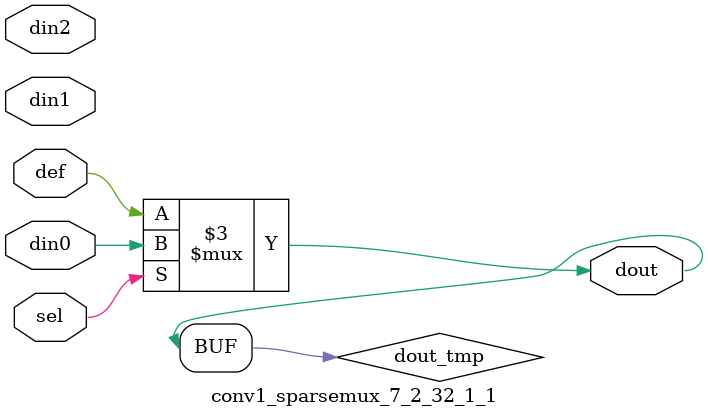
<source format=v>
`timescale 1ns / 1ps

module conv1_sparsemux_7_2_32_1_1 (din0,din1,din2,def,sel,dout);

parameter din0_WIDTH = 1;

parameter din1_WIDTH = 1;

parameter din2_WIDTH = 1;

parameter def_WIDTH = 1;
parameter sel_WIDTH = 1;
parameter dout_WIDTH = 1;

parameter [sel_WIDTH-1:0] CASE0 = 1;

parameter [sel_WIDTH-1:0] CASE1 = 1;

parameter [sel_WIDTH-1:0] CASE2 = 1;

parameter ID = 1;
parameter NUM_STAGE = 1;



input [din0_WIDTH-1:0] din0;

input [din1_WIDTH-1:0] din1;

input [din2_WIDTH-1:0] din2;

input [def_WIDTH-1:0] def;
input [sel_WIDTH-1:0] sel;

output [dout_WIDTH-1:0] dout;



reg [dout_WIDTH-1:0] dout_tmp;


always @ (*) begin
(* parallel_case *) case (sel)
    
    CASE0 : dout_tmp = din0;
    
    CASE1 : dout_tmp = din1;
    
    CASE2 : dout_tmp = din2;
    
    default : dout_tmp = def;
endcase
end


assign dout = dout_tmp;



endmodule

</source>
